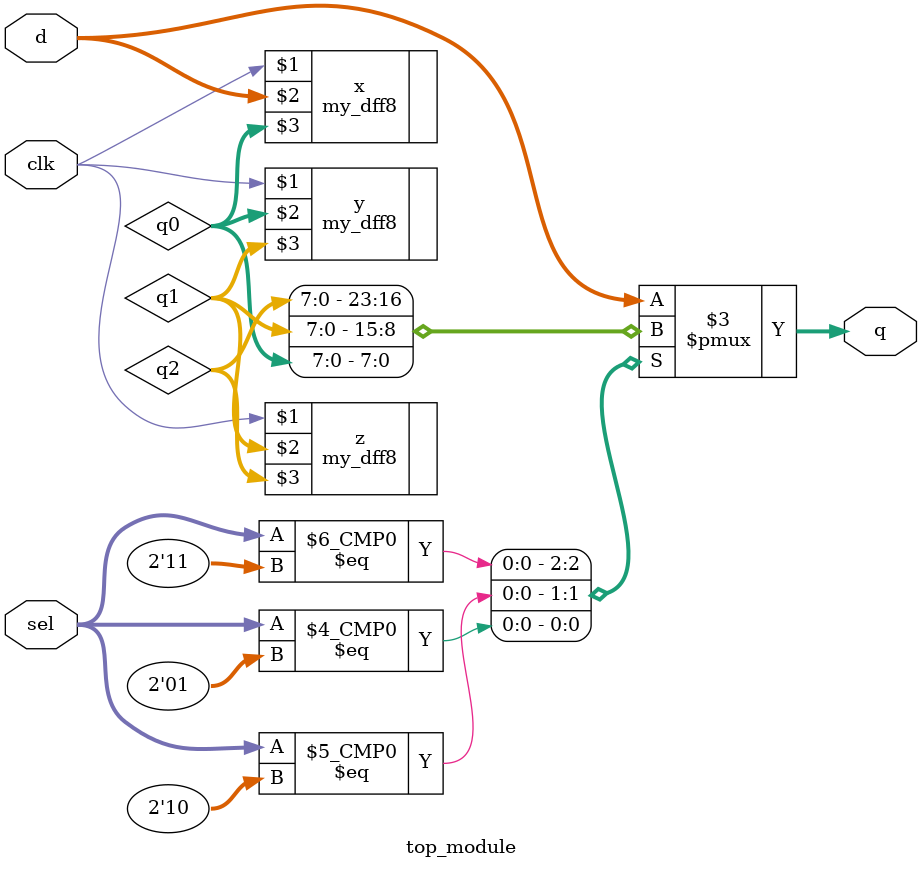
<source format=v>
module top_module ( 
    input clk, 
    input [7:0] d, 
    input [1:0] sel, 
    output [7:0] q 
);
    wire [7:0]q0,q1,q2;
    my_dff8 x( clk, d, q0 );
    my_dff8 y(  clk, q0,  q1 );
    my_dff8 z( clk, q1, q2 );
    
    always@(*)begin
        case(sel)
            'd3:q=q2;
            'd2:q=q1;
            'd1:q=q0;
            default:q=d;
        endcase
    end
endmodule

</source>
